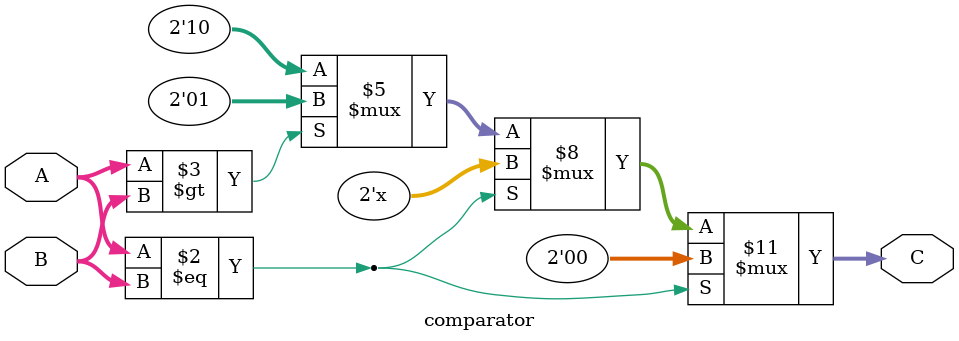
<source format=v>
module comparator(
    input [3:0] A,
    input [3:0] B,
    output reg [1:0] C
);

// Comparing A and B
always @(*) begin
    if(A == B) begin
        C = 2'b00;
    end
    else if(A > B) begin
        C = 2'b01;
    end
    else begin
        C = 2'b10;
    end
end

endmodule
</source>
